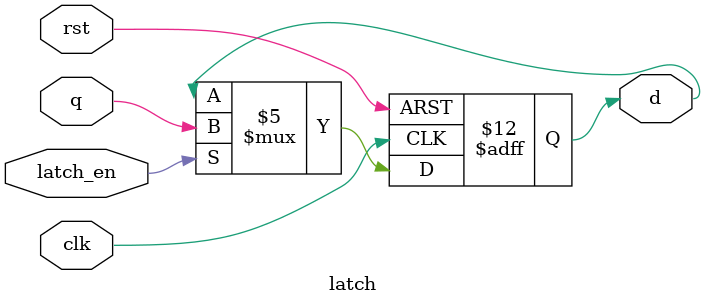
<source format=v>
module freDetect(clk, test, rst, d);  
  input clk;// опорная частота 
  input test; // сигнал для тестирования  
  input rst; // сброс сигнала  
    
  output d; // данные измерений 
 
  wire q;   // промежуточные данные  
  wire d;  

  // модуля управления  
  control u_control(.clk(clk), .rst(rst), .count_en(count_en), .latch_en(latch_en), .clear(clear));  
    
  // модуля счетчика  
  counter u_counter(.count_en(count_en), .clear(clear), .rst(rst), .test(test), .q(q)); 

  // модуля защелки  
  latch u_latch(.clk(clk), .rst(rst), .latch_en(latch_en), .q(q), .d(d));  
     
endmodule  
  
//Модуль управления  
// Модуль управления генерирует сигналы разрешения счета, сигналы разрешения защелки и сигналы сброса счетчика  
module control(clk, rst, count_en, latch_en, clear);  

  input clk;  
  input rst;  
  output count_en;  
  output latch_en;  
  output clear;  

  reg[1:0] state; // Сигнал состояния, используемый для управления различными сигналами включения  
  reg count_en;  
  reg latch_en;  
  reg clear;  

  always @(posedge clk or negedge rst)  
  if(!rst) // Сигнал сброса действителен  
    begin  // Удаляем различные разрешающие сигналы  
      state <= 2'd0;  
      count_en <= 1'b0;  
      latch_en <=1'b0;  
      clear <= 1'b0;  
    end  
   else // Когда следующий нарастающий фронт опорного сигнала встречаются, состояние меняется один раз, и состояние длится в течение 1 секунды после каждого изменения  
    begin  
      case(state)  
      	2'd0:   
          begin // Первый передний фронт приходит, начать подсчет, подсчитать число нарастающих фронтов сигнала при испытании в течение 1 опорного сигнала, это число является частота сигнала при испытании  
            count_en <= 1'b1;  // Сигнал включения подсчета действителен  
            latch_en <=1'b0;  
            clear <= 1'b0;  
            state <= 2'd1;  
          end  
        2'd1:  
          begin // Приходит второй нарастающий фронт, счет завершен, сигнал разрешения фиксации действителен, и измеренная частота фиксируется в защелке  
            count_en <= 1'b0;  
            latch_en <=1'b1;  
            clear <= 1'b0;  
            state <= 2'd2;  
          end  
        2'd2:   
          begin // Появляется третий нарастающий фронт, сигнал разрешения сброса действителен, и счетчик очищается для подготовки к следующему счету  
            count_en <= 1'b0;  
            latch_en <=1'b0;  
            clear <= 1'b1;  
            state <= 2'd0; // Состояние очищается и переходим к следующему измерению  
          end  
        default:  
          begin  
            count_en <= 1'b0;  
            latch_en <=1'b0;  
            clear <= 1'b0;  
            state <= 2'd0;  
          end          
      endcase             
    end      
endmodule  
  
// Модуль подсчета  
module counter(count_en, rst, clear, test, q);  
  input count_en;
  input rst;   // Сброс сигнала  
  input clear; // Очистить сигнал  
  input test;   // Сигнал для тестирования    
  output q; // Вывод счетчика
    
  reg q;  
    
  always @(posedge test or negedge rst) // Ввод нарастающего фронта измеряемого сигнала как чувствительного сигнала  
  if(!rst) // Сигнал сброса действителен, и выход счетчика очищается  
      begin  
        q <= 0;  
      end  
        
  else if(count_en) // Сигнал разрешения подсчета
      begin // q увеличивается на 1 каждый раз, когда достигается нарастающий фронт измеряемого сигнала  
          begin  
            q <= q + 1; 
          end  
      end  
        
   else if(clear) // Если сигнал очистки действителен, счетчик очищается, в основном используется для подготовки к следующему измерению  
      	begin  
          q <= 0;  
      	end  

   else  
   	begin  
    	  q <= q;  
    	end   
    
endmodule  
  
// Модуль защелки  
// Когда защелка включена, защелка будет защелкиваться и выводить выходное значение счетчика 
module latch(clk, latch_en, rst, q, d);  
              
  input clk, latch_en, rst;  
  input q;  
  output d;
  
  reg d;  
  reg[3:0] period;

  always @(posedge clk or negedge rst)  
  if(!rst) // Выход очищается, когда сигнал сброса действителен  
    begin  
      d <= 0; 
    end  
  else if(latch_en) // Когда сигнал защелки действителен, защелкиваем выходной сигнал счетчика на защелке  
    begin  
      d <= q; 
      if (d) 
	begin
	  period <= period + 1'b1;
	  $display("period/clk = %b", period);
	end
    end  
  else  // Когда не возникает ни одна из двух вышеперечисленных ситуаций, ввод остается неизменным  
    begin  
      d <= d; 
    end  
  
endmodule  

</source>
